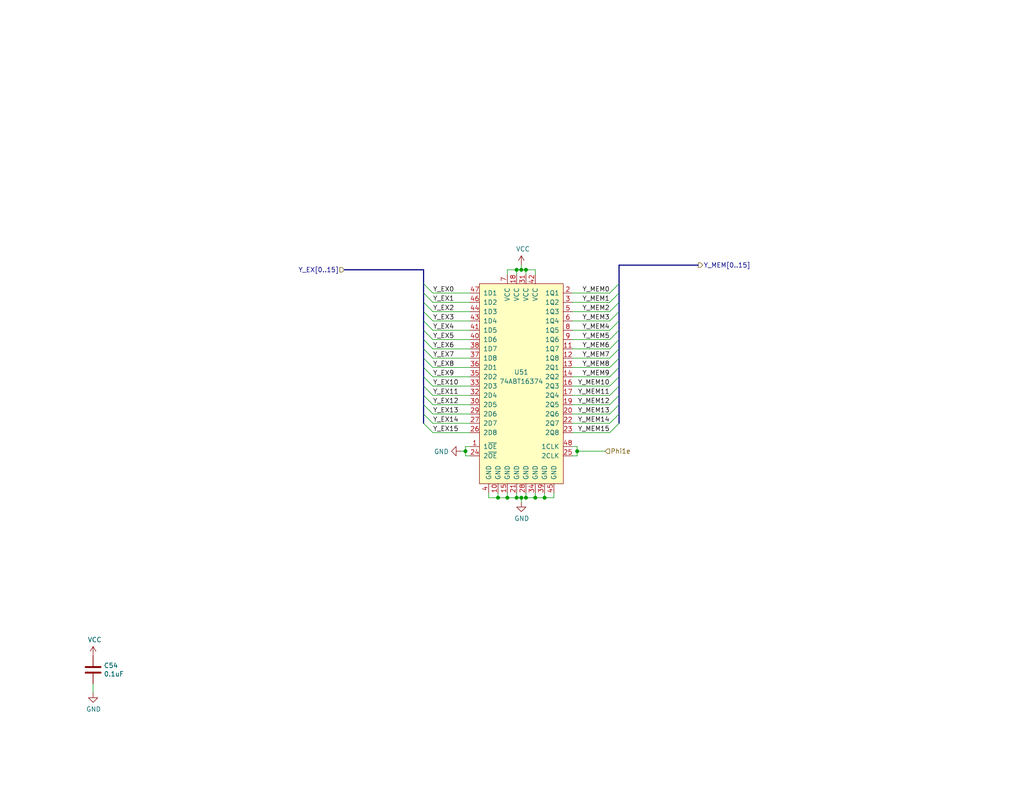
<source format=kicad_sch>
(kicad_sch (version 20250114) (generator "eeschema") (generator_version "9.0")
  (paper "USLetter")
  (title_block (title "EX/MEM: ALUResult Register") (date "2025-07-01") (rev "A"))
  (lib_symbols
    (symbol "Device:C" (pin_numbers (hide yes)) (pin_names (offset 0.254))
      (property "Reference" "C" (at 0.635 2.54 0))
      (property "Value" "C" (at 0.635 -2.54 0))
      (symbol "C_0_1"
        (polyline (pts (xy -2.032 0.762) (xy 2.032 0.762)) (stroke (width 0.508)))
        (polyline (pts (xy -2.032 -0.762) (xy 2.032 -0.762)) (stroke (width 0.508)))
      )
      (symbol "C_1_1"
        (pin passive line (at 0 3.81 270) (length 2.794) (name "~") (number "1"))
        (pin passive line (at 0 -3.81 90) (length 2.794) (name "~") (number "2"))
      )
    )
    (symbol "Turtle16:74ABT16374" (pin_names (offset 1.016))
      (symbol "74ABT16374_0_0"
        (pin input line (at -13.97 21.59 0) (length 2.54) (name "1D1") (number "47"))
        (pin input line (at -13.97 19.05 0) (length 2.54) (name "1D2") (number "46"))
        (pin input line (at -13.97 16.51 0) (length 2.54) (name "1D3") (number "44"))
        (pin input line (at -13.97 13.97 0) (length 2.54) (name "1D4") (number "43"))
        (pin input line (at -13.97 11.43 0) (length 2.54) (name "1D5") (number "41"))
        (pin input line (at -13.97 8.89 0) (length 2.54) (name "1D6") (number "40"))
        (pin input line (at -13.97 6.35 0) (length 2.54) (name "1D7") (number "38"))
        (pin input line (at -13.97 3.81 0) (length 2.54) (name "1D8") (number "37"))
        (pin input line (at -13.97 1.27 0) (length 2.54) (name "2D1") (number "36"))
        (pin input line (at -13.97 -1.27 0) (length 2.54) (name "2D2") (number "35"))
        (pin input line (at -13.97 -3.81 0) (length 2.54) (name "2D3") (number "33"))
        (pin input line (at -13.97 -6.35 0) (length 2.54) (name "2D4") (number "32"))
        (pin input line (at -13.97 -8.89 0) (length 2.54) (name "2D5") (number "30"))
        (pin input line (at -13.97 -11.43 0) (length 2.54) (name "2D6") (number "29"))
        (pin input line (at -13.97 -13.97 0) (length 2.54) (name "2D7") (number "27"))
        (pin input line (at -13.97 -16.51 0) (length 2.54) (name "2D8") (number "26"))
        (pin input line (at -13.97 -20.32 0) (length 2.54) (name "1~{OE}") (number "1"))
        (pin input line (at -13.97 -22.86 0) (length 2.54) (name "2~{OE}") (number "24"))
        (pin power_in line (at -8.89 -33.02 90) (length 2.54) (name "GND") (number "4"))
        (pin power_in line (at -6.35 -33.02 90) (length 2.54) (name "GND") (number "10"))
        (pin power_in line (at -3.81 26.67 270) (length 2.54) (name "VCC") (number "7"))
        (pin power_in line (at -3.81 -33.02 90) (length 2.54) (name "GND") (number "15"))
        (pin power_in line (at -1.27 26.67 270) (length 2.54) (name "VCC") (number "18"))
        (pin power_in line (at -1.27 -33.02 90) (length 2.54) (name "GND") (number "21"))
        (pin power_in line (at 1.27 26.67 270) (length 2.54) (name "VCC") (number "31"))
        (pin power_in line (at 1.27 -33.02 90) (length 2.54) (name "GND") (number "28"))
        (pin power_in line (at 3.81 26.67 270) (length 2.54) (name "VCC") (number "42"))
        (pin power_in line (at 3.81 -33.02 90) (length 2.54) (name "GND") (number "34"))
        (pin power_in line (at 6.35 -33.02 90) (length 2.54) (name "GND") (number "39"))
        (pin power_in line (at 8.89 -33.02 90) (length 2.54) (name "GND") (number "45"))
        (pin tri_state line (at 13.97 21.59 180) (length 2.54) (name "1Q1") (number "2"))
        (pin tri_state line (at 13.97 19.05 180) (length 2.54) (name "1Q2") (number "3"))
        (pin tri_state line (at 13.97 16.51 180) (length 2.54) (name "1Q3") (number "5"))
        (pin tri_state line (at 13.97 13.97 180) (length 2.54) (name "1Q4") (number "6"))
        (pin tri_state line (at 13.97 11.43 180) (length 2.54) (name "1Q5") (number "8"))
        (pin tri_state line (at 13.97 8.89 180) (length 2.54) (name "1Q6") (number "9"))
        (pin tri_state line (at 13.97 6.35 180) (length 2.54) (name "1Q7") (number "11"))
        (pin tri_state line (at 13.97 3.81 180) (length 2.54) (name "1Q8") (number "12"))
        (pin tri_state line (at 13.97 1.27 180) (length 2.54) (name "2Q1") (number "13"))
        (pin tri_state line (at 13.97 -1.27 180) (length 2.54) (name "2Q2") (number "14"))
        (pin tri_state line (at 13.97 -3.81 180) (length 2.54) (name "2Q3") (number "16"))
        (pin tri_state line (at 13.97 -6.35 180) (length 2.54) (name "2Q4") (number "17"))
        (pin tri_state line (at 13.97 -8.89 180) (length 2.54) (name "2Q5") (number "19"))
        (pin tri_state line (at 13.97 -11.43 180) (length 2.54) (name "2Q6") (number "20"))
        (pin tri_state line (at 13.97 -13.97 180) (length 2.54) (name "2Q7") (number "22"))
        (pin tri_state line (at 13.97 -16.51 180) (length 2.54) (name "2Q8") (number "23"))
        (pin input line (at 13.97 -20.32 180) (length 2.54) (name "1CLK") (number "48"))
        (pin input line (at 13.97 -22.86 180) (length 2.54) (name "2CLK") (number "25"))
      )
      (symbol "74ABT16374_0_1"
        (rectangle (start -11.43 24.13) (end 11.43 -30.48) (fill (type background)))
      )
    )
    (symbol "power:GND" (power) (pin_numbers (hide yes)) (pin_names (offset 0) (hide yes))
      (property "Value" "GND" (at 0 -3.81 0))
      (symbol "GND_0_1"
        (polyline (pts (xy 0 0) (xy 0 -1.27) (xy 1.27 -1.27) (xy 0 -2.54) (xy -1.27 -1.27) (xy 0 -1.27)))
      )
      (symbol "GND_1_1"
        (pin power_in line (at 0 0 270) (length 0) (name "~") (number "1"))
      )
    )
    (symbol "power:VCC" (power) (pin_numbers (hide yes)) (pin_names (offset 0) (hide yes))
      (property "Value" "VCC" (at 0 3.556 0))
      (symbol "VCC_0_1"
        (polyline (pts (xy -0.762 1.27) (xy 0 2.54)))
        (polyline (pts (xy 0 2.54) (xy 0.762 1.27)))
        (polyline (pts (xy 0 0) (xy 0 2.54)))
      )
      (symbol "VCC_1_1"
        (pin power_in line (at 0 0 90) (length 0) (name "~") (number "1"))
      )
    )
  )
  (junction (at 157.48 123.19))
  (junction (at 142.24 135.89))
  (junction (at 127 123.19))
  (junction (at 143.51 73.66))
  (junction (at 146.05 135.89))
  (junction (at 148.59 135.89))
  (junction (at 140.97 135.89))
  (junction (at 135.89 135.89))
  (junction (at 140.97 73.66))
  (junction (at 142.24 73.66))
  (junction (at 138.43 135.89))
  (junction (at 143.51 135.89))
  (bus_entry (at 115.57 87.63) (size 2.54 2.54))
  (bus_entry (at 168.91 87.63) (size -2.54 2.54))
  (bus_entry (at 168.91 113.03) (size -2.54 2.54))
  (bus_entry (at 115.57 82.55) (size 2.54 2.54))
  (bus_entry (at 168.91 92.71) (size -2.54 2.54))
  (bus_entry (at 115.57 90.17) (size 2.54 2.54))
  (bus_entry (at 115.57 92.71) (size 2.54 2.54))
  (bus_entry (at 168.91 77.47) (size -2.54 2.54))
  (bus_entry (at 168.91 110.49) (size -2.54 2.54))
  (bus_entry (at 115.57 77.47) (size 2.54 2.54))
  (bus_entry (at 115.57 110.49) (size 2.54 2.54))
  (bus_entry (at 168.91 85.09) (size -2.54 2.54))
  (bus_entry (at 115.57 102.87) (size 2.54 2.54))
  (bus_entry (at 115.57 97.79) (size 2.54 2.54))
  (bus_entry (at 168.91 80.01) (size -2.54 2.54))
  (bus_entry (at 168.91 115.57) (size -2.54 2.54))
  (bus_entry (at 168.91 105.41) (size -2.54 2.54))
  (bus_entry (at 115.57 105.41) (size 2.54 2.54))
  (bus_entry (at 168.91 90.17) (size -2.54 2.54))
  (bus_entry (at 115.57 113.03) (size 2.54 2.54))
  (bus_entry (at 115.57 100.33) (size 2.54 2.54))
  (bus_entry (at 115.57 95.25) (size 2.54 2.54))
  (bus_entry (at 168.91 102.87) (size -2.54 2.54))
  (bus_entry (at 115.57 80.01) (size 2.54 2.54))
  (bus_entry (at 168.91 100.33) (size -2.54 2.54))
  (bus_entry (at 168.91 107.95) (size -2.54 2.54))
  (bus_entry (at 168.91 82.55) (size -2.54 2.54))
  (bus_entry (at 115.57 107.95) (size 2.54 2.54))
  (bus_entry (at 168.91 97.79) (size -2.54 2.54))
  (bus_entry (at 115.57 115.57) (size 2.54 2.54))
  (bus_entry (at 115.57 85.09) (size 2.54 2.54))
  (bus_entry (at 168.91 95.25) (size -2.54 2.54))
  (wire (pts (xy 135.89 135.89) (xy 138.43 135.89)))
  (bus (pts (xy 168.91 85.09) (xy 168.91 87.63)))
  (bus (pts (xy 93.98 73.66) (xy 115.57 73.66)))
  (wire (pts (xy 166.37 100.33) (xy 156.21 100.33)))
  (wire (pts (xy 166.37 80.01) (xy 156.21 80.01)))
  (wire (pts (xy 143.51 73.66) (xy 146.05 73.66)))
  (bus (pts (xy 115.57 113.03) (xy 115.57 115.57)))
  (wire (pts (xy 146.05 73.66) (xy 146.05 74.93)))
  (wire (pts (xy 166.37 82.55) (xy 156.21 82.55)))
  (wire (pts (xy 166.37 115.57) (xy 156.21 115.57)))
  (bus (pts (xy 168.91 87.63) (xy 168.91 90.17)))
  (wire (pts (xy 138.43 73.66) (xy 140.97 73.66)))
  (wire (pts (xy 140.97 135.89) (xy 142.24 135.89)))
  (bus (pts (xy 115.57 97.79) (xy 115.57 100.33)))
  (bus (pts (xy 168.91 107.95) (xy 168.91 110.49)))
  (bus (pts (xy 115.57 107.95) (xy 115.57 110.49)))
  (bus (pts (xy 190.5 72.39) (xy 168.91 72.39)))
  (wire (pts (xy 118.11 118.11) (xy 128.27 118.11)))
  (wire (pts (xy 118.11 105.41) (xy 128.27 105.41)))
  (wire (pts (xy 118.11 115.57) (xy 128.27 115.57)))
  (wire (pts (xy 142.24 72.39) (xy 142.24 73.66)))
  (bus (pts (xy 168.91 110.49) (xy 168.91 113.03)))
  (wire (pts (xy 140.97 73.66) (xy 142.24 73.66)))
  (wire (pts (xy 148.59 135.89) (xy 151.13 135.89)))
  (wire (pts (xy 142.24 135.89) (xy 143.51 135.89)))
  (wire (pts (xy 133.35 135.89) (xy 135.89 135.89)))
  (wire (pts (xy 118.11 95.25) (xy 128.27 95.25)))
  (wire (pts (xy 135.89 134.62) (xy 135.89 135.89)))
  (bus (pts (xy 168.91 95.25) (xy 168.91 97.79)))
  (wire (pts (xy 157.48 123.19) (xy 157.48 124.46)))
  (wire (pts (xy 138.43 134.62) (xy 138.43 135.89)))
  (wire (pts (xy 166.37 102.87) (xy 156.21 102.87)))
  (wire (pts (xy 127 124.46) (xy 128.27 124.46)))
  (bus (pts (xy 168.91 72.39) (xy 168.91 77.47)))
  (wire (pts (xy 166.37 90.17) (xy 156.21 90.17)))
  (bus (pts (xy 168.91 100.33) (xy 168.91 102.87)))
  (bus (pts (xy 115.57 92.71) (xy 115.57 95.25)))
  (bus (pts (xy 115.57 102.87) (xy 115.57 105.41)))
  (wire (pts (xy 118.11 97.79) (xy 128.27 97.79)))
  (wire (pts (xy 157.48 124.46) (xy 156.21 124.46)))
  (wire (pts (xy 127 121.92) (xy 127 123.19)))
  (wire (pts (xy 118.11 90.17) (xy 128.27 90.17)))
  (wire (pts (xy 118.11 113.03) (xy 128.27 113.03)))
  (wire (pts (xy 166.37 107.95) (xy 156.21 107.95)))
  (wire (pts (xy 156.21 121.92) (xy 157.48 121.92)))
  (bus (pts (xy 115.57 90.17) (xy 115.57 92.71)))
  (bus (pts (xy 168.91 90.17) (xy 168.91 92.71)))
  (bus (pts (xy 115.57 100.33) (xy 115.57 102.87)))
  (wire (pts (xy 166.37 118.11) (xy 156.21 118.11)))
  (wire (pts (xy 25.4 189.23) (xy 25.4 186.69)))
  (wire (pts (xy 118.11 100.33) (xy 128.27 100.33)))
  (wire (pts (xy 157.48 121.92) (xy 157.48 123.19)))
  (wire (pts (xy 140.97 134.62) (xy 140.97 135.89)))
  (wire (pts (xy 166.37 92.71) (xy 156.21 92.71)))
  (wire (pts (xy 146.05 135.89) (xy 148.59 135.89)))
  (wire (pts (xy 127 123.19) (xy 127 124.46)))
  (bus (pts (xy 115.57 73.66) (xy 115.57 77.47)))
  (bus (pts (xy 115.57 80.01) (xy 115.57 82.55)))
  (bus (pts (xy 115.57 110.49) (xy 115.57 113.03)))
  (wire (pts (xy 166.37 105.41) (xy 156.21 105.41)))
  (wire (pts (xy 118.11 82.55) (xy 128.27 82.55)))
  (bus (pts (xy 168.91 113.03) (xy 168.91 115.57)))
  (wire (pts (xy 127 123.19) (xy 125.73 123.19)))
  (wire (pts (xy 133.35 134.62) (xy 133.35 135.89)))
  (wire (pts (xy 118.11 87.63) (xy 128.27 87.63)))
  (wire (pts (xy 157.48 123.19) (xy 165.1 123.19)))
  (wire (pts (xy 118.11 102.87) (xy 128.27 102.87)))
  (wire (pts (xy 140.97 74.93) (xy 140.97 73.66)))
  (wire (pts (xy 142.24 135.89) (xy 142.24 137.16)))
  (bus (pts (xy 115.57 95.25) (xy 115.57 97.79)))
  (wire (pts (xy 142.24 73.66) (xy 143.51 73.66)))
  (wire (pts (xy 166.37 95.25) (xy 156.21 95.25)))
  (wire (pts (xy 151.13 135.89) (xy 151.13 134.62)))
  (wire (pts (xy 118.11 107.95) (xy 128.27 107.95)))
  (wire (pts (xy 166.37 113.03) (xy 156.21 113.03)))
  (bus (pts (xy 115.57 87.63) (xy 115.57 90.17)))
  (bus (pts (xy 168.91 82.55) (xy 168.91 85.09)))
  (bus (pts (xy 115.57 82.55) (xy 115.57 85.09)))
  (wire (pts (xy 138.43 135.89) (xy 140.97 135.89)))
  (wire (pts (xy 146.05 134.62) (xy 146.05 135.89)))
  (wire (pts (xy 128.27 121.92) (xy 127 121.92)))
  (bus (pts (xy 168.91 92.71) (xy 168.91 95.25)))
  (bus (pts (xy 115.57 85.09) (xy 115.57 87.63)))
  (wire (pts (xy 143.51 134.62) (xy 143.51 135.89)))
  (bus (pts (xy 168.91 102.87) (xy 168.91 105.41)))
  (wire (pts (xy 166.37 97.79) (xy 156.21 97.79)))
  (wire (pts (xy 138.43 74.93) (xy 138.43 73.66)))
  (bus (pts (xy 115.57 77.47) (xy 115.57 80.01)))
  (bus (pts (xy 168.91 105.41) (xy 168.91 107.95)))
  (wire (pts (xy 118.11 85.09) (xy 128.27 85.09)))
  (bus (pts (xy 115.57 105.41) (xy 115.57 107.95)))
  (wire (pts (xy 143.51 74.93) (xy 143.51 73.66)))
  (wire (pts (xy 148.59 134.62) (xy 148.59 135.89)))
  (wire (pts (xy 143.51 135.89) (xy 146.05 135.89)))
  (bus (pts (xy 168.91 80.01) (xy 168.91 82.55)))
  (wire (pts (xy 118.11 110.49) (xy 128.27 110.49)))
  (wire (pts (xy 166.37 85.09) (xy 156.21 85.09)))
  (bus (pts (xy 168.91 77.47) (xy 168.91 80.01)))
  (wire (pts (xy 166.37 110.49) (xy 156.21 110.49)))
  (bus (pts (xy 168.91 97.79) (xy 168.91 100.33)))
  (wire (pts (xy 118.11 80.01) (xy 128.27 80.01)))
  (wire (pts (xy 166.37 87.63) (xy 156.21 87.63)))
  (wire (pts (xy 118.11 92.71) (xy 128.27 92.71)))
  (label "Y_MEM11" (at 166.37 107.95 180))
  (label "Y_EX1" (at 118.11 82.55 0))
  (label "Y_MEM1" (at 166.37 82.55 180))
  (label "Y_MEM9" (at 166.37 102.87 180))
  (label "Y_EX5" (at 118.11 92.71 0))
  (label "Y_MEM2" (at 166.37 85.09 180))
  (label "Y_MEM6" (at 166.37 95.25 180))
  (label "Y_EX14" (at 118.11 115.57 0))
  (label "Y_EX3" (at 118.11 87.63 0))
  (label "Y_MEM4" (at 166.37 90.17 180))
  (label "Y_EX8" (at 118.11 100.33 0))
  (label "Y_MEM8" (at 166.37 100.33 180))
  (label "Y_EX4" (at 118.11 90.17 0))
  (label "Y_EX0" (at 118.11 80.01 0))
  (label "Y_EX11" (at 118.11 107.95 0))
  (label "Y_EX7" (at 118.11 97.79 0))
  (label "Y_EX10" (at 118.11 105.41 0))
  (label "Y_EX9" (at 118.11 102.87 0))
  (label "Y_EX6" (at 118.11 95.25 0))
  (label "Y_MEM3" (at 166.37 87.63 180))
  (label "Y_EX13" (at 118.11 113.03 0))
  (label "Y_MEM10" (at 166.37 105.41 180))
  (label "Y_MEM7" (at 166.37 97.79 180))
  (label "Y_MEM15" (at 166.37 118.11 180))
  (label "Y_EX2" (at 118.11 85.09 0))
  (label "Y_MEM12" (at 166.37 110.49 180))
  (label "Y_EX12" (at 118.11 110.49 0))
  (label "Y_EX15" (at 118.11 118.11 0))
  (label "Y_MEM14" (at 166.37 115.57 180))
  (label "Y_MEM5" (at 166.37 92.71 180))
  (label "Y_MEM0" (at 166.37 80.01 180))
  (label "Y_MEM13" (at 166.37 113.03 180))
  (hierarchical_label "Phi1e" (shape input) (at 165.1 123.19 0))
  (hierarchical_label "Y_EX[0..15]" (shape input) (at 93.98 73.66 180))
  (hierarchical_label "Y_MEM[0..15]" (shape output) (at 190.5 72.39 0))
  (symbol (lib_id "Device:C") (at 25.4 182.88 0) (unit 1)
    (property "Reference" "C54" (at 28.321 181.7116 0) (effects (justify left)))
    (property "Value" "0.1uF" (at 28.321 184.023 0) (effects (justify left)))
    (property "Footprint" "Capacitor_SMD:C_0603_1608Metric" (effects (hide yes)))
    (property "Datasheet" "https://www.mouser.com/datasheet/2/396/taiyo_yuden_12132018_mlcc11_hq_e-1510082.pdf" (effects (hide yes)))
    (property "Manufacturer" "Taiyo Yuden" (effects (hide yes)))
    (property "Manufacturer#" "EMK107B7104KAHT" (effects (hide yes)))
    (property "Digikey#" "587-6004-1-ND" (effects (hide yes)))
  )
  (symbol (lib_id "power:VCC") (at 25.4 179.07 0) (unit 1)
    (property "Reference" "#PWR0331" (effects (hide yes)))
    (property "Value" "VCC" (at 25.8318 174.6758 0))
    (property "Description" "Power symbol creates a global label with name \"VCC\"" (effects (hide yes)))
  )
  (symbol (lib_id "power:GND") (at 25.4 189.23 0) (unit 1)
    (property "Reference" "#PWR0332" (effects (hide yes)))
    (property "Value" "GND" (at 25.527 193.6242 0))
    (property "Description" "Power symbol creates a global label with name \"GND\" , ground" (effects (hide yes)))
  )
  (symbol (lib_id "power:GND") (at 125.73 123.19 270) (unit 1)
    (property "Reference" "#PWR0333" (effects (hide yes)))
    (property "Value" "GND" (at 122.4788 123.317 90) (effects (justify right)))
    (property "Description" "Power symbol creates a global label with name \"GND\" , ground" (effects (hide yes)))
  )
  (symbol (lib_id "power:VCC") (at 142.24 72.39 0) (unit 1)
    (property "Reference" "#PWR0334" (effects (hide yes)))
    (property "Value" "VCC" (at 142.6718 67.9958 0))
    (property "Description" "Power symbol creates a global label with name \"VCC\"" (effects (hide yes)))
  )
  (symbol (lib_id "power:GND") (at 142.24 137.16 0) (unit 1)
    (property "Reference" "#PWR0335" (effects (hide yes)))
    (property "Value" "GND" (at 142.367 141.5542 0))
    (property "Description" "Power symbol creates a global label with name \"GND\" , ground" (effects (hide yes)))
  )
  (symbol (lib_id "Turtle16:74ABT16374") (at 142.24 101.6 0) (unit 1)
    (property "Reference" "U51" (at 142.24 101.6 0))
    (property "Value" "74ABT16374" (at 142.24 104.14 0))
    (property "Footprint" "Package_SO:TSSOP-48_6.1x12.5mm_P0.5mm" (effects (hide yes)))
    (property "Datasheet" "https://www.ti.com/general/docs/suppproductinfo.tsp?distId=26&gotoUrl=https://www.ti.com/lit/gpn/sn74abt16374a" (effects (hide yes)))
    (property "Manufacturer" "Texas Instruments" (effects (hide yes)))
    (property "Manufacturer#" "SN74ABT16374ADGGR" (effects (hide yes)))
    (property "Mouser#" "595-SNABT16374ADGGR" (effects (hide yes)))
    (property "Digikey#" "296-3900-1-ND" (effects (hide yes)))
  )
)
</source>
